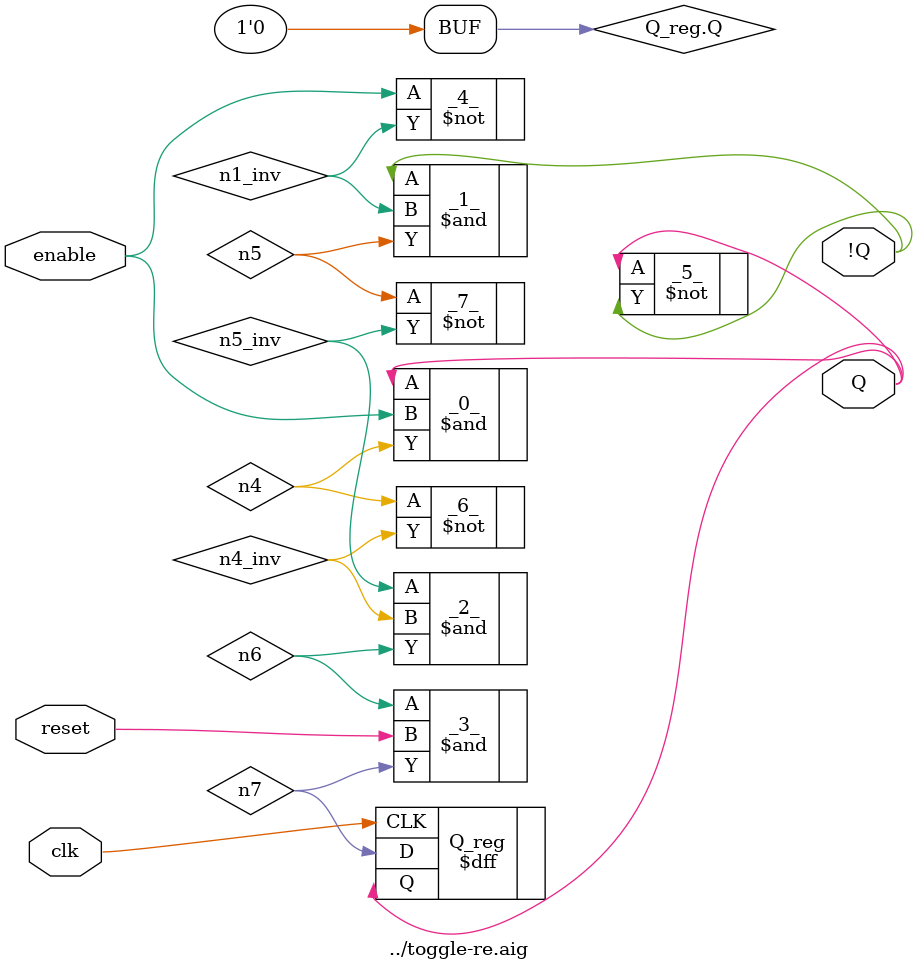
<source format=v>
/* Generated by Yosys 0.8+498 (git sha1 296ecde6, gcc 7.4.0-1ubuntu1~18.04 -fPIC -Os) */

module \../toggle-re.aig (Q, clk, reset, \!Q , enable);
  output \!Q ;
  output Q;
  input clk;
  input enable;
  wire n1_inv;
  wire n4;
  wire n4_inv;
  wire n5;
  wire n5_inv;
  wire n6;
  wire n7;
  input reset;
  \$and  #(
    .A_SIGNED(32'd0),
    .A_WIDTH(32'd1),
    .B_SIGNED(32'd0),
    .B_WIDTH(32'd1),
    .Y_WIDTH(32'd1)
  ) _0_ (
    .A(Q),
    .B(enable),
    .Y(n4)
  );
  \$and  #(
    .A_SIGNED(32'd0),
    .A_WIDTH(32'd1),
    .B_SIGNED(32'd0),
    .B_WIDTH(32'd1),
    .Y_WIDTH(32'd1)
  ) _1_ (
    .A(\!Q ),
    .B(n1_inv),
    .Y(n5)
  );
  \$and  #(
    .A_SIGNED(32'd0),
    .A_WIDTH(32'd1),
    .B_SIGNED(32'd0),
    .B_WIDTH(32'd1),
    .Y_WIDTH(32'd1)
  ) _2_ (
    .A(n5_inv),
    .B(n4_inv),
    .Y(n6)
  );
  \$and  #(
    .A_SIGNED(32'd0),
    .A_WIDTH(32'd1),
    .B_SIGNED(32'd0),
    .B_WIDTH(32'd1),
    .Y_WIDTH(32'd1)
  ) _3_ (
    .A(n6),
    .B(reset),
    .Y(n7)
  );
  \$not  #(
    .A_SIGNED(32'd0),
    .A_WIDTH(32'd1),
    .Y_WIDTH(32'd1)
  ) _4_ (
    .A(enable),
    .Y(n1_inv)
  );
  \$not  #(
    .A_SIGNED(32'd0),
    .A_WIDTH(32'd1),
    .Y_WIDTH(32'd1)
  ) _5_ (
    .A(Q),
    .Y(\!Q )
  );
  \$not  #(
    .A_SIGNED(32'd0),
    .A_WIDTH(32'd1),
    .Y_WIDTH(32'd1)
  ) _6_ (
    .A(n4),
    .Y(n4_inv)
  );
  \$not  #(
    .A_SIGNED(32'd0),
    .A_WIDTH(32'd1),
    .Y_WIDTH(32'd1)
  ) _7_ (
    .A(n5),
    .Y(n5_inv)
  );
  \$dff  #(
    .CLK_POLARITY(1'h1),
    .WIDTH(32'd1)
  ) Q_reg /* _8_ */ (
    .CLK(clk),
    .D(n7),
    .Q(Q)
  );
  initial Q_reg.Q = 1'h0;
endmodule

</source>
